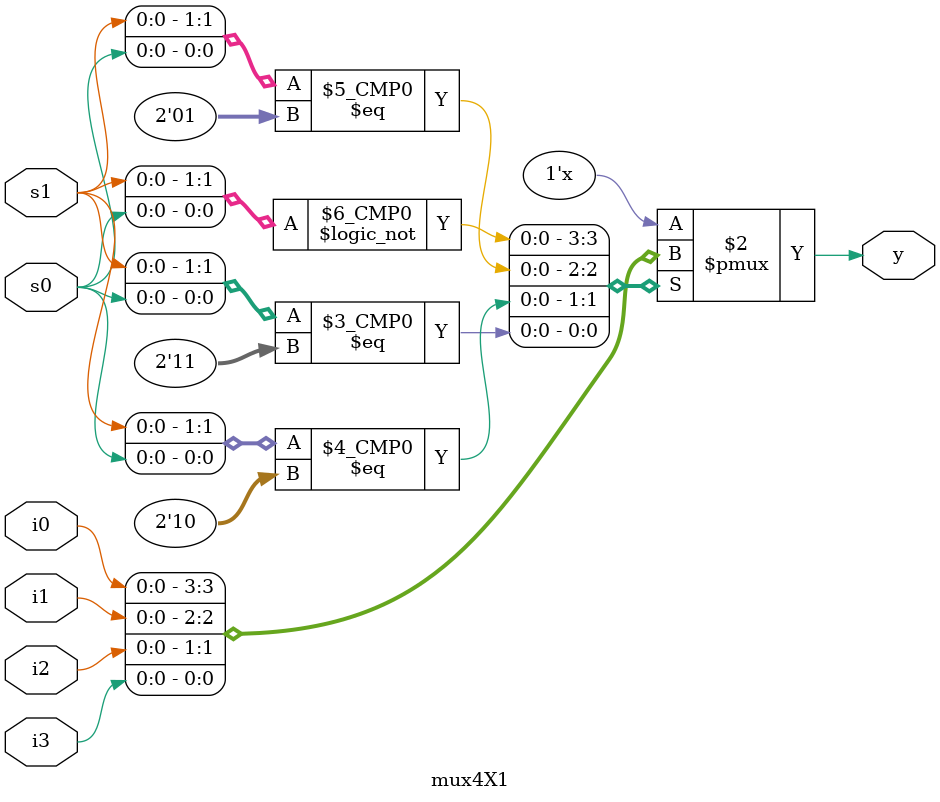
<source format=v>
module mux4X1 (
    input i0, i1, i2, i3, s0, s1, output reg y
);
    always @(*) begin
        case ({s1, s0})
            2'b00 : y <= i0;
            2'b01 : y <= i1;
            2'b10 : y <= i2;
            2'b11 : y <= i3;
        endcase
    end 
endmodule
</source>
